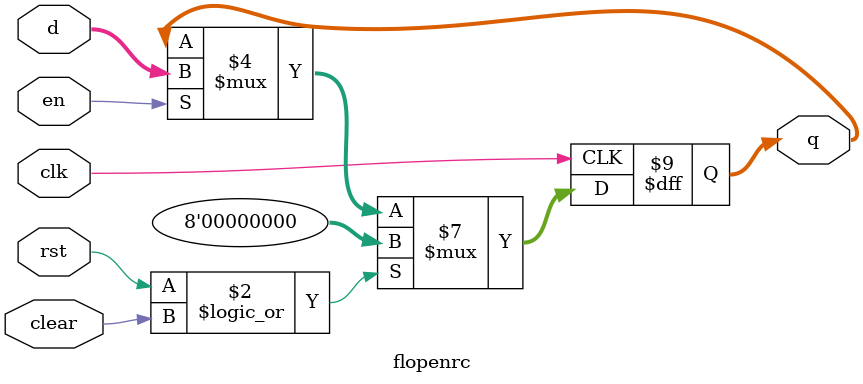
<source format=v>
`timescale 1ns / 1ps


module flopenrc #(parameter WIDTH=8) (
    input wire clk,rst,en,clear,
    input wire[WIDTH-1:0] d,
    output reg[WIDTH-1:0] q
        );
    always @(posedge clk) 
        if(rst || clear)
            q <= 0;
        else if(en)
            q <= d;
        else
            q <= q;
endmodule
</source>
